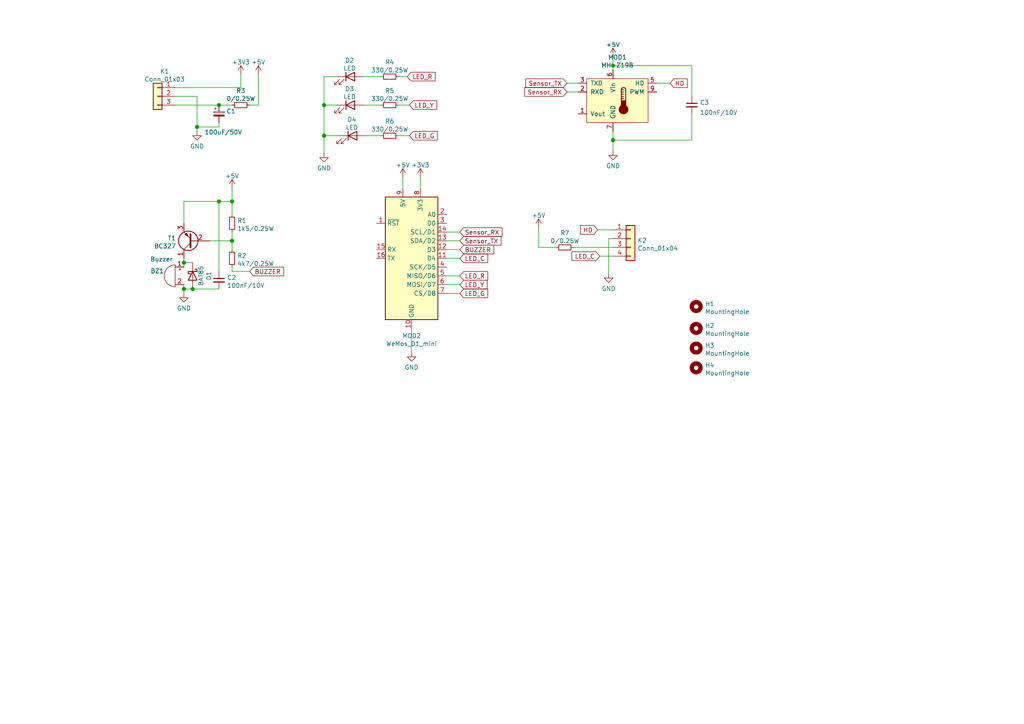
<source format=kicad_sch>
(kicad_sch (version 20211123) (generator eeschema)
  (paper "A4")
  (title_block (title "Elektor CO2 Guard (210043)") (company "Elektor Labs"))
  (lib_symbols
    (symbol "Connector_Generic:Conn_01x03" (pin_names (offset 1.016) hide)
      (property "Reference" "J" (at 0 5.08 0))
      (property "Value" "Conn_01x03" (at 0 -5.08 0))
      (symbol "Conn_01x03_1_1"
        (rectangle (start -1.27 -2.413) (end 0 -2.667) (stroke (width 0.1524)))
        (rectangle (start -1.27 0.127) (end 0 -0.127) (stroke (width 0.1524)))
        (rectangle (start -1.27 2.667) (end 0 2.413) (stroke (width 0.1524)))
        (rectangle (start -1.27 3.81) (end 1.27 -3.81) (stroke (width 0.254)) (fill (type background)))
        (pin passive line (at -5.08 2.54 0) (length 3.81) (name "Pin_1") (number "1"))
        (pin passive line (at -5.08 0 0) (length 3.81) (name "Pin_2") (number "2"))
        (pin passive line (at -5.08 -2.54 0) (length 3.81) (name "Pin_3") (number "3"))
      )
    )
    (symbol "Connector_Generic:Conn_01x04" (pin_names (offset 1.016) hide)
      (property "Reference" "J" (at 0 5.08 0))
      (property "Value" "Conn_01x04" (at 0 -7.62 0))
      (symbol "Conn_01x04_1_1"
        (rectangle (start -1.27 -4.953) (end 0 -5.207) (stroke (width 0.1524)))
        (rectangle (start -1.27 -2.413) (end 0 -2.667) (stroke (width 0.1524)))
        (rectangle (start -1.27 0.127) (end 0 -0.127) (stroke (width 0.1524)))
        (rectangle (start -1.27 2.667) (end 0 2.413) (stroke (width 0.1524)))
        (rectangle (start -1.27 3.81) (end 1.27 -6.35) (stroke (width 0.254)) (fill (type background)))
        (pin passive line (at -5.08 2.54 0) (length 3.81) (name "Pin_1") (number "1"))
        (pin passive line (at -5.08 0 0) (length 3.81) (name "Pin_2") (number "2"))
        (pin passive line (at -5.08 -2.54 0) (length 3.81) (name "Pin_3") (number "3"))
        (pin passive line (at -5.08 -5.08 0) (length 3.81) (name "Pin_4") (number "4"))
      )
    )
    (symbol "Device:Buzzer" (pin_names (offset 0.0254) hide)
      (property "Reference" "BZ" (at 3.81 1.27 0))
      (property "Value" "Buzzer" (at 3.81 -1.27 0))
      (symbol "Buzzer_0_1"
        (arc (start 0 -3.175) (mid 3.175 0) (end 0 3.175))
        (polyline (pts (xy -1.651 1.905) (xy -1.143 1.905)))
        (polyline (pts (xy -1.397 2.159) (xy -1.397 1.651)))
        (polyline (pts (xy 0 3.175) (xy 0 -3.175)))
      )
      (symbol "Buzzer_1_1"
        (pin passive line (at -2.54 2.54 0) (length 2.54) (name "-") (number "1"))
        (pin passive line (at -2.54 -2.54 0) (length 2.54) (name "+") (number "2"))
      )
    )
    (symbol "Device:CP_Small" (pin_numbers hide) (pin_names (offset 0.254) hide)
      (property "Reference" "C" (at 0.254 1.778 0))
      (property "Value" "CP_Small" (at 0.254 -2.032 0))
      (symbol "CP_Small_0_1"
        (rectangle (start -1.524 -0.3048) (end 1.524 -0.6858) (fill (type outline)))
        (rectangle (start -1.524 0.6858) (end 1.524 0.3048))
        (polyline (pts (xy -1.27 1.524) (xy -0.762 1.524)))
        (polyline (pts (xy -1.016 1.27) (xy -1.016 1.778)))
      )
      (symbol "CP_Small_1_1"
        (pin passive line (at 0 2.54 270) (length 1.8542) (name "~") (number "1"))
        (pin passive line (at 0 -2.54 90) (length 1.8542) (name "~") (number "2"))
      )
    )
    (symbol "Device:C_Small" (pin_numbers hide) (pin_names (offset 0.254) hide)
      (property "Reference" "C" (at 0.254 1.778 0))
      (property "Value" "C_Small" (at 0.254 -2.032 0))
      (symbol "C_Small_0_1"
        (polyline (pts (xy -1.524 -0.508) (xy 1.524 -0.508)) (stroke (width 0.3302)))
        (polyline (pts (xy -1.524 0.508) (xy 1.524 0.508)) (stroke (width 0.3048)))
      )
      (symbol "C_Small_1_1"
        (pin passive line (at 0 2.54 270) (length 2.032) (name "~") (number "1"))
        (pin passive line (at 0 -2.54 90) (length 2.032) (name "~") (number "2"))
      )
    )
    (symbol "Device:LED" (pin_numbers hide) (pin_names (offset 1.016) hide)
      (property "Reference" "D" (at 0 2.54 0))
      (property "Value" "LED" (at 0 -2.54 0))
      (symbol "LED_0_1"
        (polyline (pts (xy -1.27 -1.27) (xy -1.27 1.27)) (stroke (width 0.254)))
        (polyline (pts (xy -1.27 0) (xy 1.27 0)))
        (polyline (pts (xy 1.27 -1.27) (xy 1.27 1.27) (xy -1.27 0) (xy 1.27 -1.27)) (stroke (width 0.254)))
        (polyline (pts (xy -3.048 -0.762) (xy -4.572 -2.286) (xy -3.81 -2.286) (xy -4.572 -2.286) (xy -4.572 -1.524)))
        (polyline (pts (xy -1.778 -0.762) (xy -3.302 -2.286) (xy -2.54 -2.286) (xy -3.302 -2.286) (xy -3.302 -1.524)))
      )
      (symbol "LED_1_1"
        (pin passive line (at -3.81 0 0) (length 2.54) (name "K") (number "1"))
        (pin passive line (at 3.81 0 180) (length 2.54) (name "A") (number "2"))
      )
    )
    (symbol "Device:R_Small" (pin_numbers hide) (pin_names (offset 0.254) hide)
      (property "Reference" "R" (at 0.762 0.508 0))
      (property "Value" "R_Small" (at 0.762 -1.016 0))
      (symbol "R_Small_0_1"
        (rectangle (start -0.762 1.778) (end 0.762 -1.778) (stroke (width 0.2032)))
      )
      (symbol "R_Small_1_1"
        (pin passive line (at 0 2.54 270) (length 0.762) (name "~") (number "1"))
        (pin passive line (at 0 -2.54 90) (length 0.762) (name "~") (number "2"))
      )
    )
    (symbol "Diode:BAT85" (pin_numbers hide) (pin_names (offset 1.016) hide)
      (property "Reference" "D" (at 0 2.54 0))
      (property "Value" "BAT85" (at 0 -2.54 0))
      (symbol "BAT85_0_1"
        (polyline (pts (xy 1.27 0) (xy -1.27 0)))
        (polyline (pts (xy 1.27 1.27) (xy 1.27 -1.27) (xy -1.27 0) (xy 1.27 1.27)) (stroke (width 0.254)))
        (polyline (pts (xy -1.905 0.635) (xy -1.905 1.27) (xy -1.27 1.27) (xy -1.27 -1.27) (xy -0.635 -1.27) (xy -0.635 -0.635)) (stroke (width 0.254)))
      )
      (symbol "BAT85_1_1"
        (pin passive line (at -3.81 0 0) (length 2.54) (name "K") (number "1"))
        (pin passive line (at 3.81 0 180) (length 2.54) (name "A") (number "2"))
      )
    )
    (symbol "MCU_Module:WeMos_D1_mini"
      (property "Reference" "U" (at 3.81 19.05 0))
      (property "Value" "WeMos_D1_mini" (at 1.27 -19.05 0))
      (symbol "WeMos_D1_mini_1_1"
        (rectangle (start -7.62 17.78) (end 7.62 -17.78) (stroke (width 0.254)) (fill (type background)))
        (pin input line (at -10.16 10.16 0) (length 2.54) (name "~{RST}") (number "1"))
        (pin power_in line (at 0 -20.32 90) (length 2.54) (name "GND") (number "10"))
        (pin bidirectional line (at 10.16 0 180) (length 2.54) (name "D4") (number "11"))
        (pin bidirectional line (at 10.16 2.54 180) (length 2.54) (name "D3") (number "12"))
        (pin bidirectional line (at 10.16 5.08 180) (length 2.54) (name "SDA/D2") (number "13"))
        (pin bidirectional line (at 10.16 7.62 180) (length 2.54) (name "SCL/D1") (number "14"))
        (pin input line (at -10.16 2.54 0) (length 2.54) (name "RX") (number "15"))
        (pin output line (at -10.16 0 0) (length 2.54) (name "TX") (number "16"))
        (pin input line (at 10.16 12.7 180) (length 2.54) (name "A0") (number "2"))
        (pin bidirectional line (at 10.16 10.16 180) (length 2.54) (name "D0") (number "3"))
        (pin bidirectional line (at 10.16 -2.54 180) (length 2.54) (name "SCK/D5") (number "4"))
        (pin bidirectional line (at 10.16 -5.08 180) (length 2.54) (name "MISO/D6") (number "5"))
        (pin bidirectional line (at 10.16 -7.62 180) (length 2.54) (name "MOSI/D7") (number "6"))
        (pin bidirectional line (at 10.16 -10.16 180) (length 2.54) (name "CS/D8") (number "7"))
        (pin power_out line (at 2.54 20.32 270) (length 2.54) (name "3V3") (number "8"))
        (pin power_in line (at -2.54 20.32 270) (length 2.54) (name "5V") (number "9"))
      )
    )
    (symbol "Mechanical:MountingHole" (pin_names (offset 1.016))
      (property "Reference" "H" (at 0 5.08 0))
      (property "Value" "MountingHole" (at 0 3.175 0))
      (symbol "MountingHole_0_1"
        (circle (center 0 0) (radius 1.27) (stroke (width 1.27)))
      )
    )
    (symbol "Transistor_BJT:BC327" (pin_names (offset 0) hide)
      (property "Reference" "Q" (at 5.08 1.905 0))
      (property "Value" "BC327" (at 5.08 0 0))
      (symbol "BC327_0_1"
        (polyline (pts (xy 0.635 0.635) (xy 2.54 2.54)))
        (polyline (pts (xy 0.635 -0.635) (xy 2.54 -2.54) (xy 2.54 -2.54)))
        (polyline (pts (xy 0.635 1.905) (xy 0.635 -1.905) (xy 0.635 -1.905)) (stroke (width 0.508)))
        (polyline (pts (xy 2.286 -1.778) (xy 1.778 -2.286) (xy 1.27 -1.27) (xy 2.286 -1.778) (xy 2.286 -1.778)) (fill (type outline)))
        (circle (center 1.27 0) (radius 2.8194) (stroke (width 0.254)))
      )
      (symbol "BC327_1_1"
        (pin passive line (at 2.54 5.08 270) (length 2.54) (name "C") (number "1"))
        (pin input line (at -5.08 0 0) (length 5.715) (name "B") (number "2"))
        (pin passive line (at 2.54 -5.08 90) (length 2.54) (name "E") (number "3"))
      )
    )
    (symbol "mh_z19b:MH-Z19B" (pin_names (offset 1.016))
      (property "Reference" "U" (at -6.35 7.62 0))
      (property "Value" "MH-Z19B" (at 5.08 7.62 0))
      (symbol "MH-Z19B_0_1"
        (rectangle (start 10.16 -6.35) (end -7.62 6.35) (fill (type background)))
      )
      (symbol "MH-Z19B_1_1"
        (polyline (pts (xy 2.413 0.635) (xy 3.048 0.635)) (stroke (width 0.254)))
        (polyline (pts (xy 2.413 1.27) (xy 3.048 1.27)) (stroke (width 0.254)))
        (polyline (pts (xy 2.413 1.905) (xy 3.048 1.905)) (stroke (width 0.254)))
        (polyline (pts (xy 2.413 2.54) (xy 3.048 2.54)) (stroke (width 0.254)))
        (polyline (pts (xy 2.413 3.175) (xy 2.413 0)) (stroke (width 0.254)))
        (polyline (pts (xy 2.413 3.175) (xy 3.048 3.175)) (stroke (width 0.254)))
        (polyline (pts (xy 3.683 3.175) (xy 3.683 0)) (stroke (width 0.254)))
        (circle (center 3.048 -2.54) (radius 1.27) (stroke (width 0.254)) (fill (type outline)))
        (rectangle (start 3.683 -1.905) (end 2.413 0) (stroke (width 0.254)) (fill (type outline)))
        (arc (start 3.683 3.175) (mid 3.048 3.81) (end 2.413 3.175) (stroke (width 0.254)))
        (pin power_out line (at -10.16 -3.81 0) (length 2.54) (name "Vout") (number "1"))
        (pin input line (at -10.16 2.54 0) (length 2.54) (name "RXD") (number "2"))
        (pin output line (at -10.16 5.08 0) (length 2.54) (name "TXD") (number "3"))
        (pin passive line (at 12.7 -3.81 180) (length 2.54) hide (name "SR") (number "4"))
        (pin passive line (at 12.7 5.08 180) (length 2.54) (name "HD") (number "5"))
        (pin power_in line (at 0 8.89 270) (length 2.54) (name "Vin") (number "6"))
        (pin passive line (at 0 -8.89 90) (length 2.54) (name "GND") (number "7"))
        (pin passive line (at 12.7 -1.27 180) (length 2.54) hide (name "A0T") (number "8"))
        (pin passive line (at 12.7 2.54 180) (length 2.54) (name "PWM") (number "9"))
      )
    )
    (symbol "power:+3.3V" (power) (pin_names (offset 0))
      (property "Value" "+3.3V" (at 0 3.556 0))
      (symbol "+3.3V_0_1"
        (polyline (pts (xy -0.762 1.27) (xy 0 2.54)))
        (polyline (pts (xy 0 0) (xy 0 2.54)))
        (polyline (pts (xy 0 2.54) (xy 0.762 1.27)))
      )
      (symbol "+3.3V_1_1"
        (pin power_in line (at 0 0 90) (length 0) hide (name "+3V3") (number "1"))
      )
    )
    (symbol "power:+5V" (power) (pin_names (offset 0))
      (property "Value" "+5V" (at 0 3.556 0))
      (symbol "+5V_0_1"
        (polyline (pts (xy -0.762 1.27) (xy 0 2.54)))
        (polyline (pts (xy 0 0) (xy 0 2.54)))
        (polyline (pts (xy 0 2.54) (xy 0.762 1.27)))
      )
      (symbol "+5V_1_1"
        (pin power_in line (at 0 0 90) (length 0) hide (name "+5V") (number "1"))
      )
    )
    (symbol "power:GND" (power) (pin_names (offset 0))
      (property "Value" "GND" (at 0 -3.81 0))
      (symbol "GND_0_1"
        (polyline (pts (xy 0 0) (xy 0 -1.27) (xy 1.27 -1.27) (xy 0 -2.54) (xy -1.27 -1.27) (xy 0 -1.27)))
      )
      (symbol "GND_1_1"
        (pin power_in line (at 0 0 270) (length 0) hide (name "GND") (number "1"))
      )
    )
  )
  (junction (at 177.8 19.05) (diameter 1.016))
  (junction (at 53.34 83.82) (diameter 1.016))
  (junction (at 57.15 36.83) (diameter 1.016))
  (junction (at 55.88 83.82) (diameter 1.016))
  (junction (at 63.5 30.48) (diameter 1.016))
  (junction (at 93.98 30.48) (diameter 1.016))
  (junction (at 67.31 58.42) (diameter 1.016))
  (junction (at 53.34 76.2) (diameter 1.016))
  (junction (at 63.5 58.42) (diameter 1.016))
  (junction (at 177.8 40.64) (diameter 1.016))
  (junction (at 67.31 69.85) (diameter 1.016))
  (junction (at 93.98 39.37) (diameter 1.016))
  (wire (pts (xy 106.045 39.37) (xy 110.49 39.37)))
  (wire (pts (xy 105.41 30.48) (xy 110.49 30.48)))
  (wire (pts (xy 177.8 38.1) (xy 177.8 40.64)))
  (wire (pts (xy 177.8 40.64) (xy 200.66 40.64)))
  (wire (pts (xy 200.66 33.02) (xy 200.66 40.64)))
  (wire (pts (xy 67.31 54.61) (xy 67.31 58.42)))
  (wire (pts (xy 115.57 30.48) (xy 118.745 30.48)))
  (wire (pts (xy 156.21 66.04) (xy 156.21 71.755)))
  (wire (pts (xy 115.57 22.225) (xy 118.11 22.225)))
  (wire (pts (xy 156.21 71.755) (xy 161.29 71.755)))
  (wire (pts (xy 116.84 51.435) (xy 116.84 54.61)))
  (wire (pts (xy 72.39 30.48) (xy 74.93 30.48)))
  (wire (pts (xy 74.93 30.48) (xy 74.93 21.59)))
  (wire (pts (xy 119.38 95.25) (xy 119.38 102.235)))
  (wire (pts (xy 177.8 16.51) (xy 177.8 19.05)))
  (wire (pts (xy 50.8 30.48) (xy 63.5 30.48)))
  (wire (pts (xy 50.8 25.4) (xy 69.85 25.4)))
  (wire (pts (xy 69.85 21.59) (xy 69.85 25.4)))
  (wire (pts (xy 177.8 40.64) (xy 177.8 43.815)))
  (wire (pts (xy 129.54 85.09) (xy 133.35 85.09)))
  (wire (pts (xy 53.34 82.55) (xy 53.34 83.82)))
  (wire (pts (xy 53.34 83.82) (xy 53.34 85.09)))
  (wire (pts (xy 190.5 24.13) (xy 194.31 24.13)))
  (wire (pts (xy 63.5 58.42) (xy 63.5 78.74)))
  (wire (pts (xy 173.99 74.295) (xy 177.8 74.295)))
  (wire (pts (xy 129.54 80.01) (xy 133.35 80.01)))
  (wire (pts (xy 121.92 51.435) (xy 121.92 54.61)))
  (wire (pts (xy 55.88 83.82) (xy 63.5 83.82)))
  (wire (pts (xy 93.98 39.37) (xy 98.425 39.37)))
  (wire (pts (xy 129.54 67.31) (xy 133.35 67.31)))
  (wire (pts (xy 115.57 39.37) (xy 118.745 39.37)))
  (wire (pts (xy 164.465 26.67) (xy 167.64 26.67)) (stroke (width 0.1524)))
  (wire (pts (xy 53.34 83.82) (xy 55.88 83.82)))
  (wire (pts (xy 93.98 30.48) (xy 97.79 30.48)))
  (wire (pts (xy 53.34 76.2) (xy 55.88 76.2)))
  (wire (pts (xy 173.355 66.675) (xy 177.8 66.675)))
  (wire (pts (xy 53.34 74.93) (xy 53.34 76.2)))
  (wire (pts (xy 53.34 76.2) (xy 53.34 77.47)))
  (wire (pts (xy 129.54 82.55) (xy 133.35 82.55)))
  (wire (pts (xy 67.31 67.31) (xy 67.31 69.85)))
  (wire (pts (xy 63.5 30.48) (xy 67.31 30.48)))
  (wire (pts (xy 67.31 69.85) (xy 67.31 72.39)))
  (wire (pts (xy 129.54 74.93) (xy 133.35 74.93)))
  (wire (pts (xy 53.34 58.42) (xy 63.5 58.42)))
  (wire (pts (xy 53.34 64.77) (xy 53.34 58.42)))
  (wire (pts (xy 63.5 58.42) (xy 67.31 58.42)))
  (wire (pts (xy 67.31 58.42) (xy 67.31 62.23)))
  (wire (pts (xy 166.37 71.755) (xy 177.8 71.755)))
  (wire (pts (xy 164.465 24.13) (xy 167.64 24.13)))
  (wire (pts (xy 105.41 22.225) (xy 110.49 22.225)))
  (wire (pts (xy 67.31 78.74) (xy 67.31 77.47)))
  (wire (pts (xy 72.39 78.74) (xy 67.31 78.74)))
  (wire (pts (xy 176.53 69.215) (xy 176.53 79.375)))
  (wire (pts (xy 177.8 69.215) (xy 176.53 69.215)))
  (wire (pts (xy 129.54 72.39) (xy 133.35 72.39)))
  (wire (pts (xy 63.5 35.56) (xy 63.5 36.83)))
  (wire (pts (xy 63.5 36.83) (xy 57.15 36.83)))
  (wire (pts (xy 177.8 19.05) (xy 200.66 19.05)))
  (wire (pts (xy 177.8 20.32) (xy 177.8 19.05)))
  (wire (pts (xy 200.66 19.05) (xy 200.66 27.94)))
  (wire (pts (xy 93.98 22.225) (xy 97.79 22.225)))
  (wire (pts (xy 93.98 30.48) (xy 93.98 22.225)))
  (wire (pts (xy 93.98 39.37) (xy 93.98 30.48)))
  (wire (pts (xy 93.98 44.45) (xy 93.98 39.37)))
  (wire (pts (xy 129.54 69.85) (xy 133.35 69.85)))
  (wire (pts (xy 67.31 69.85) (xy 60.96 69.85)))
  (wire (pts (xy 50.8 27.94) (xy 57.15 27.94)))
  (wire (pts (xy 57.15 27.94) (xy 57.15 36.83)))
  (wire (pts (xy 57.15 36.83) (xy 57.15 38.1)))
  (global_label "Sensor_TX" (shape input) (at 164.465 24.13 180) (property "Intersheet References" "${INTERSHEET_REFS}" (effects hide)))
  (global_label "LED_R" (shape input) (at 118.11 22.225 0) (property "Intersheet References" "${INTERSHEET_REFS}" (effects hide)))
  (global_label "BUZZER" (shape input) (at 133.35 72.39 0) (property "Intersheet References" "${INTERSHEET_REFS}" (effects hide)))
  (global_label "LED_Y" (shape input) (at 133.35 82.55 0) (property "Intersheet References" "${INTERSHEET_REFS}" (effects hide)))
  (global_label "LED_G" (shape input) (at 118.745 39.37 0) (property "Intersheet References" "${INTERSHEET_REFS}" (effects hide)))
  (global_label "HD" (shape input) (at 173.355 66.675 180) (property "Intersheet References" "${INTERSHEET_REFS}" (effects hide)))
  (global_label "LED_C" (shape input) (at 173.99 74.295 180) (property "Intersheet References" "${INTERSHEET_REFS}" (effects hide)))
  (global_label "HD" (shape input) (at 194.31 24.13 0) (property "Intersheet References" "${INTERSHEET_REFS}" (effects hide)))
  (global_label "Sensor_RX" (shape input) (at 164.465 26.67 180) (property "Intersheet References" "${INTERSHEET_REFS}" (effects hide)))
  (global_label "LED_C" (shape input) (at 133.35 74.93 0) (property "Intersheet References" "${INTERSHEET_REFS}" (effects hide)))
  (global_label "Sensor_RX" (shape input) (at 133.35 67.31 0) (property "Intersheet References" "${INTERSHEET_REFS}" (effects hide)))
  (global_label "BUZZER" (shape input) (at 72.39 78.74 0) (property "Intersheet References" "${INTERSHEET_REFS}" (effects hide)))
  (global_label "LED_G" (shape input) (at 133.35 85.09 0) (property "Intersheet References" "${INTERSHEET_REFS}" (effects hide)))
  (global_label "LED_Y" (shape input) (at 118.745 30.48 0) (property "Intersheet References" "${INTERSHEET_REFS}" (effects hide)))
  (global_label "Sensor_TX" (shape input) (at 133.35 69.85 0) (property "Intersheet References" "${INTERSHEET_REFS}" (effects hide)))
  (global_label "LED_R" (shape input) (at 133.35 80.01 0) (property "Intersheet References" "${INTERSHEET_REFS}" (effects hide)))
  (symbol (lib_id "Device:R_Small") (at 113.03 39.37 90) (unit 1)
    (property "Reference" "R6" (at 113.03 35.2002 90))
    (property "Value" "330/0.25W" (at 113.03 37.4989 90))
    (property "Footprint" "Resistor_THT:R_Axial_DIN0207_L6.3mm_D2.5mm_P10.16mm_Horizontal" (effects hide))
    (property "mpn" "MBA02040C3300FRP00" (effects hide))
  )
  (symbol (lib_id "Mechanical:MountingHole") (at 201.93 88.9 0) (unit 1)
    (property "Reference" "H1" (at 204.4701 88.1391 0) (effects (justify left)))
    (property "Value" "MountingHole" (at 204.4701 90.4378 0) (effects (justify left)))
    (property "Footprint" "MountingHole:MountingHole_3.2mm_M3" (effects hide))
  )
  (symbol (lib_id "Device:CP_Small") (at 63.5 33.02 0) (unit 1)
    (property "Reference" "C1" (at 65.6591 32.2591 0) (effects (justify left)))
    (property "Value" "100uF/50V" (at 59.3091 38.3678 0) (effects (justify left)))
    (property "Footprint" "Capacitor_THT:CP_Radial_D6.3mm_P2.50mm" (effects hide))
    (property "mpn" "860020573008" (effects hide))
  )
  (symbol (lib_id "power:GND") (at 93.98 44.45 0) (unit 1)
    (property "Reference" "#PWR06" (effects hide))
    (property "Value" "GND" (at 93.98 48.7744 0))
  )
  (symbol (lib_id "mh_z19b:MH-Z19B") (at 177.8 29.21 0) (unit 1)
    (property "Reference" "MOD1" (at 179.07 16.6328 0))
    (property "Value" "MH-Z19B" (at 179.07 18.9315 0))
    (property "Footprint" "mh-z19b:Winsen_MH-Z19B" (effects hide))
    (property "Datasheet" "https://www.winsen-sensor.com/d/files/MH-Z19B.pdf" (effects hide))
  )
  (symbol (lib_id "Mechanical:MountingHole") (at 201.93 95.25 0) (unit 1)
    (property "Reference" "H2" (at 204.4701 94.4891 0) (effects (justify left)))
    (property "Value" "MountingHole" (at 204.4701 96.7878 0) (effects (justify left)))
    (property "Footprint" "MountingHole:MountingHole_3.2mm_M3" (effects hide))
  )
  (symbol (lib_id "Device:LED") (at 101.6 30.48 0) (unit 1)
    (property "Reference" "D3" (at 101.4095 25.7768 0))
    (property "Value" "LED" (at 101.4095 28.0755 0))
    (property "Footprint" "LED_THT:LED_D3.0mm" (effects hide))
    (property "mpn" "151031YS06000" (effects hide))
  )
  (symbol (lib_id "power:GND") (at 119.38 102.235 0) (unit 1)
    (property "Reference" "#PWR08" (effects hide))
    (property "Value" "GND" (at 119.38 106.5594 0))
  )
  (symbol (lib_id "Device:R_Small") (at 67.31 74.93 0) (unit 1)
    (property "Reference" "R2" (at 68.8087 74.1691 0) (effects (justify left)))
    (property "Value" "4k7/0.25W" (at 68.8087 76.4678 0) (effects (justify left)))
    (property "Footprint" "Resistor_THT:R_Axial_DIN0207_L6.3mm_D2.5mm_P10.16mm_Horizontal" (effects hide))
    (property "mpn" "CFR-25JB-52-4K7" (effects hide))
  )
  (symbol (lib_id "Connector_Generic:Conn_01x04") (at 182.88 69.215 0) (unit 1)
    (property "Reference" "K2" (at 184.9121 69.7241 0) (effects (justify left)))
    (property "Value" "Conn_01x04" (at 184.9121 72.0228 0) (effects (justify left)))
    (property "Footprint" "Connector_PinSocket_2.54mm:PinSocket_1x04_P2.54mm_Vertical" (effects hide))
  )
  (symbol (lib_id "Device:Buzzer") (at 50.8 80.01 0) (mirror y) (unit 1)
    (property "Reference" "BZ1" (at 45.593 78.6088 0))
    (property "Value" "Buzzer" (at 46.863 75.1925 0))
    (property "Footprint" "Beeper_Custom:Buzzer_12x9.5RM7.6" (effects hide))
    (property "mpn" "WT-1205" (effects hide))
  )
  (symbol (lib_id "Device:R_Small") (at 113.03 30.48 90) (unit 1)
    (property "Reference" "R5" (at 113.03 26.3102 90))
    (property "Value" "330/0.25W" (at 113.03 28.6089 90))
    (property "Footprint" "Resistor_THT:R_Axial_DIN0207_L6.3mm_D2.5mm_P10.16mm_Horizontal" (effects hide))
    (property "mpn" "MBA02040C3300FRP00" (effects hide))
  )
  (symbol (lib_id "Connector_Generic:Conn_01x03") (at 45.72 27.94 0) (mirror y) (unit 1)
    (property "Reference" "K1" (at 47.752 20.6968 0))
    (property "Value" "Conn_01x03" (at 47.752 22.9955 0))
    (property "Footprint" "Connector_PinSocket_2.54mm:PinSocket_1x03_P2.54mm_Vertical" (effects hide))
  )
  (symbol (lib_id "MCU_Module:WeMos_D1_mini") (at 119.38 74.93 0) (unit 1)
    (property "Reference" "MOD2" (at 119.38 97.4154 0))
    (property "Value" "WeMos_D1_mini" (at 119.38 99.7141 0))
    (property "Footprint" "Module:WEMOS_D1_mini_light" (effects hide))
    (property "Datasheet" "https://wiki.wemos.cc/products:d1:d1_mini#documentation" (effects hide))
  )
  (symbol (lib_id "power:+5V") (at 116.84 51.435 0) (unit 1)
    (property "Reference" "#PWR07" (effects hide))
    (property "Value" "+5V" (at 116.84 47.8876 0))
  )
  (symbol (lib_id "Device:C_Small") (at 63.5 81.28 0) (unit 1)
    (property "Reference" "C2" (at 65.8242 80.5191 0) (effects (justify left)))
    (property "Value" "100nF/10V" (at 65.8242 82.8178 0) (effects (justify left)))
    (property "Footprint" "Capacitor_THT:C_Rect_L7.2mm_W2.5mm_P5.00mm_FKS2_FKP2_MKS2_MKP2" (effects hide))
    (property "mpn" "MKS2C031001A00KSSD" (effects hide))
  )
  (symbol (lib_id "power:GND") (at 53.34 85.09 0) (unit 1)
    (property "Reference" "#PWR01" (effects hide))
    (property "Value" "GND" (at 53.34 89.4144 0))
  )
  (symbol (lib_id "power:GND") (at 177.8 43.815 0) (unit 1)
    (property "Reference" "#PWR0101" (effects hide))
    (property "Value" "GND" (at 177.8 48.1394 0))
  )
  (symbol (lib_id "Mechanical:MountingHole") (at 201.93 100.965 0) (unit 1)
    (property "Reference" "H3" (at 204.4701 100.2041 0) (effects (justify left)))
    (property "Value" "MountingHole" (at 204.4701 102.5028 0) (effects (justify left)))
    (property "Footprint" "MountingHole:MountingHole_3.2mm_M3" (effects hide))
  )
  (symbol (lib_id "power:+5V") (at 67.31 54.61 0) (unit 1)
    (property "Reference" "#PWR03" (effects hide))
    (property "Value" "+5V" (at 67.31 51.0626 0))
  )
  (symbol (lib_id "power:+3.3V") (at 69.85 21.59 0) (unit 1)
    (property "Reference" "#PWR04" (effects hide))
    (property "Value" "+3.3V" (at 69.85 18.0426 0))
  )
  (symbol (lib_id "Device:R_Small") (at 67.31 64.77 0) (unit 1)
    (property "Reference" "R1" (at 68.8087 64.0091 0) (effects (justify left)))
    (property "Value" "1k5/0.25W" (at 68.8087 66.3078 0) (effects (justify left)))
    (property "Footprint" "Resistor_THT:R_Axial_DIN0207_L6.3mm_D2.5mm_P10.16mm_Horizontal" (effects hide))
    (property "mpn" "LR0204F1K5" (effects hide))
  )
  (symbol (lib_id "Mechanical:MountingHole") (at 201.93 106.68 0) (unit 1)
    (property "Reference" "H4" (at 204.4701 105.9191 0) (effects (justify left)))
    (property "Value" "MountingHole" (at 204.4701 108.2178 0) (effects (justify left)))
    (property "Footprint" "MountingHole:MountingHole_3.2mm_M3" (effects hide))
  )
  (symbol (lib_id "Device:LED") (at 101.6 22.225 0) (unit 1)
    (property "Reference" "D2" (at 101.4095 17.5218 0))
    (property "Value" "LED" (at 101.4095 19.8205 0))
    (property "Footprint" "LED_THT:LED_D3.0mm" (effects hide))
    (property "mpn" "151031SS04000" (effects hide))
  )
  (symbol (lib_id "power:GND") (at 57.15 38.1 0) (unit 1)
    (property "Reference" "#PWR02" (effects hide))
    (property "Value" "GND" (at 57.15 42.4244 0))
  )
  (symbol (lib_id "Transistor_BJT:BC327") (at 55.88 69.85 180) (unit 1)
    (property "Reference" "T1" (at 51.0285 69.0891 0) (effects (justify left)))
    (property "Value" "BC327" (at 51.0285 71.3878 0) (effects (justify left)))
    (property "Footprint" "Package_TO_SOT_THT:TO-92_Inline" (effects hide))
    (property "Datasheet" "http://www.onsemi.com/pub_link/Collateral/BC327-D.PDF" (effects hide))
    (property "mpn" "BC32725BU" (effects hide))
  )
  (symbol (lib_id "power:GND") (at 176.53 79.375 0) (unit 1)
    (property "Reference" "#PWR010" (effects hide))
    (property "Value" "GND" (at 176.53 83.6994 0))
  )
  (symbol (lib_id "Device:R_Small") (at 69.85 30.48 90) (unit 1)
    (property "Reference" "R3" (at 69.85 26.3102 90))
    (property "Value" "0/0.25W" (at 69.85 28.6089 90))
    (property "Footprint" "Resistor_THT:R_Axial_DIN0414_L11.9mm_D4.5mm_P15.24mm_Horizontal" (effects hide))
    (property "mpn" "ZR0207C" (effects hide))
  )
  (symbol (lib_id "Device:R_Small") (at 163.83 71.755 90) (unit 1)
    (property "Reference" "R7" (at 163.83 67.5852 90))
    (property "Value" "0/0.25W" (at 163.83 69.8839 90))
    (property "Footprint" "Resistor_THT:R_Axial_DIN0207_L6.3mm_D2.5mm_P10.16mm_Horizontal" (effects hide))
    (property "mpn" "ZR0207C" (effects hide))
  )
  (symbol (lib_id "Diode:BAT85") (at 55.88 80.01 270) (unit 1)
    (property "Reference" "D1" (at 60.5832 80.01 0))
    (property "Value" "BAT85" (at 58.2845 80.01 0))
    (property "Footprint" "Diode_THT:D_DO-35_SOD27_P7.62mm_Horizontal" (effects hide))
    (property "Datasheet" "https://assets.nexperia.com/documents/data-sheet/BAT85.pdf" (effects hide))
    (property "mpn" "BAT85S-TR" (effects hide))
  )
  (symbol (lib_id "Device:LED") (at 102.235 39.37 0) (unit 1)
    (property "Reference" "D4" (at 102.0445 34.6668 0))
    (property "Value" "LED" (at 102.0445 36.9655 0))
    (property "Footprint" "LED_THT:LED_D3.0mm" (effects hide))
    (property "mpn" "151031VS06000" (effects hide))
  )
  (symbol (lib_id "power:+5V") (at 177.8 16.51 0) (unit 1)
    (property "Reference" "#PWR0102" (effects hide))
    (property "Value" "+5V" (at 177.8 12.9626 0))
  )
  (symbol (lib_id "Device:R_Small") (at 113.03 22.225 90) (unit 1)
    (property "Reference" "R4" (at 113.03 18.0552 90))
    (property "Value" "330/0.25W" (at 113.03 20.3539 90))
    (property "Footprint" "Resistor_THT:R_Axial_DIN0207_L6.3mm_D2.5mm_P10.16mm_Horizontal" (effects hide))
    (property "mpn" "MBA02040C3300FRP00" (effects hide))
  )
  (symbol (lib_id "Device:C_Small") (at 200.66 30.48 0) (unit 1)
    (property "Reference" "C3" (at 202.9842 29.7191 0) (effects (justify left)))
    (property "Value" "100nF/10V" (at 202.9842 32.6528 0) (effects (justify left)))
    (property "Footprint" "Capacitor_THT:C_Rect_L7.2mm_W2.5mm_P5.00mm_FKS2_FKP2_MKS2_MKP2" (effects hide))
    (property "mpn" "MKS2C031001A00KSSD" (effects hide))
  )
  (symbol (lib_id "power:+5V") (at 74.93 21.59 0) (unit 1)
    (property "Reference" "#PWR05" (effects hide))
    (property "Value" "+5V" (at 74.93 18.0426 0))
  )
  (symbol (lib_id "power:+5V") (at 156.21 66.04 0) (unit 1)
    (property "Reference" "#PWR0103" (effects hide))
    (property "Value" "+5V" (at 156.21 62.4926 0))
  )
  (symbol (lib_id "power:+3.3V") (at 121.92 51.435 0) (unit 1)
    (property "Reference" "#PWR09" (effects hide))
    (property "Value" "+3.3V" (at 121.92 47.8876 0))
  )
)
</source>
